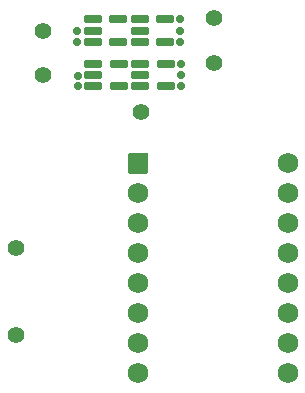
<source format=gbs>
G75*
G70*
%OFA0B0*%
%FSLAX25Y25*%
%IPPOS*%
%LPD*%
%AMOC8*
5,1,8,0,0,1.08239X$1,22.5*
%
%AMM12*
21,1,0.027170,0.052760,0.000000,-0.000000,270.000000*
21,1,0.017320,0.062600,0.000000,-0.000000,270.000000*
1,1,0.009840,-0.026380,0.008660*
1,1,0.009840,-0.026380,-0.008660*
1,1,0.009840,0.026380,-0.008660*
1,1,0.009840,0.026380,0.008660*
%
%ADD10C,0.05512*%
%ADD15C,0.02362*%
%ADD21C,0.06827*%
%ADD33C,0.02913*%
%ADD43M12*%
X0000000Y0000000D02*
%LPD*%
G01*
D10*
X0029508Y0119035D03*
X0029508Y0104547D03*
X0086594Y0108406D03*
X0086594Y0123445D03*
X0020295Y0017795D03*
X0062067Y0092283D03*
X0020413Y0046693D03*
G36*
G01*
X0057748Y0072028D02*
X0057748Y0078051D01*
G75*
G02*
X0058150Y0078453I0000402J0000000D01*
G01*
X0064173Y0078453D01*
G75*
G02*
X0064575Y0078051I0000000J-000402D01*
G01*
X0064575Y0072028D01*
G75*
G02*
X0064173Y0071626I-000402J0000000D01*
G01*
X0058150Y0071626D01*
G75*
G02*
X0057748Y0072028I0000000J0000402D01*
G01*
G37*
D21*
X0061161Y0065039D03*
X0061161Y0055039D03*
X0061161Y0045039D03*
X0061161Y0035039D03*
X0061161Y0025039D03*
X0061161Y0015039D03*
X0061161Y0005039D03*
X0111161Y0005039D03*
X0111161Y0015039D03*
X0111161Y0025039D03*
X0111161Y0035039D03*
X0111161Y0045039D03*
X0111161Y0055039D03*
X0111161Y0065039D03*
X0111161Y0075039D03*
D15*
X0075157Y0115551D03*
X0075157Y0119291D03*
X0075157Y0123032D03*
X0040906Y0119095D03*
X0040906Y0115551D03*
X0075453Y0100728D03*
X0075453Y0104469D03*
X0075453Y0108209D03*
X0041201Y0104272D03*
X0041201Y0100728D03*
X0039724Y0125787D02*
G01*
G75*
D43*
X0054429Y0115563D02*
D03*
X0054429Y0123043D02*
D03*
X0045964Y0123043D02*
D03*
X0045964Y0119303D02*
D03*
X0070078Y0115563D02*
D03*
X0070078Y0123043D02*
D03*
X0061614Y0123043D02*
D03*
X0061614Y0119303D02*
D03*
D43*
X0045964Y0115563D02*
D03*
X0061614Y0115563D02*
D03*
D33*
X0075157Y0115551D02*
D03*
X0075157Y0119291D02*
D03*
X0075157Y0123031D02*
D03*
X0040905Y0119094D02*
D03*
X0040905Y0115551D02*
D03*
X0040020Y0110965D02*
G01*
G75*
D43*
X0054725Y0100741D02*
D03*
X0054725Y0108221D02*
D03*
X0046260Y0108221D02*
D03*
X0046260Y0104481D02*
D03*
X0070374Y0100741D02*
D03*
X0070374Y0108221D02*
D03*
X0061910Y0108221D02*
D03*
X0061910Y0104481D02*
D03*
D43*
X0046260Y0100741D02*
D03*
X0061910Y0100741D02*
D03*
D33*
X0075453Y0100729D02*
D03*
X0075453Y0104469D02*
D03*
X0075453Y0108209D02*
D03*
X0041201Y0104272D02*
D03*
X0041201Y0100729D02*
D03*
M02*

</source>
